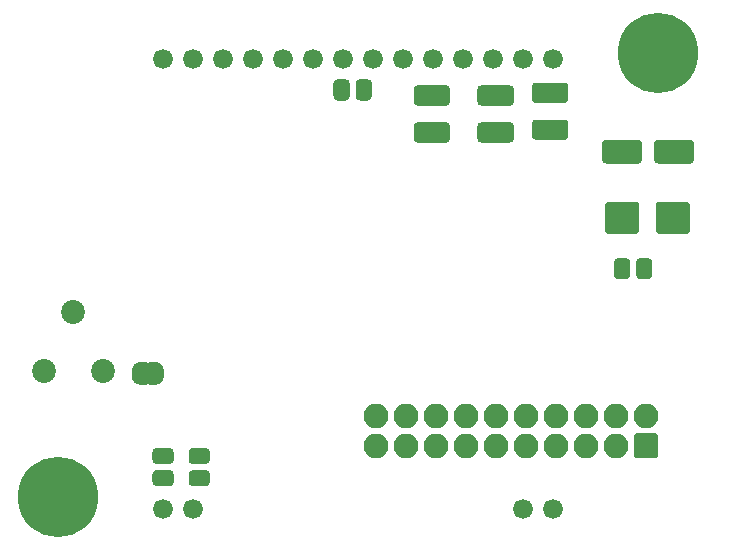
<source format=gts>
G04 #@! TF.GenerationSoftware,KiCad,Pcbnew,(5.1.12-1-10_14)*
G04 #@! TF.CreationDate,2023-01-20T22:26:28+01:00*
G04 #@! TF.ProjectId,dogs102,646f6773-3130-4322-9e6b-696361645f70,rev?*
G04 #@! TF.SameCoordinates,Original*
G04 #@! TF.FileFunction,Soldermask,Top*
G04 #@! TF.FilePolarity,Negative*
%FSLAX46Y46*%
G04 Gerber Fmt 4.6, Leading zero omitted, Abs format (unit mm)*
G04 Created by KiCad (PCBNEW (5.1.12-1-10_14)) date 2023-01-20 22:26:28*
%MOMM*%
%LPD*%
G01*
G04 APERTURE LIST*
%ADD10C,1.680000*%
%ADD11C,2.020000*%
%ADD12C,0.100000*%
%ADD13O,2.100000X2.100000*%
%ADD14C,1.200000*%
%ADD15C,6.800000*%
G04 APERTURE END LIST*
D10*
X163576000Y-86360000D03*
X161036000Y-86360000D03*
X158496000Y-86360000D03*
X155956000Y-86360000D03*
X153416000Y-86360000D03*
X150876000Y-86360000D03*
X148336000Y-86360000D03*
X145796000Y-86360000D03*
X143256000Y-86360000D03*
X140716000Y-86360000D03*
X138176000Y-86360000D03*
X135636000Y-86360000D03*
X133096000Y-86360000D03*
X130556000Y-86360000D03*
X161036000Y-124460000D03*
X163576000Y-124460000D03*
X133096000Y-124460000D03*
X130556000Y-124460000D03*
D11*
X125460000Y-112800000D03*
X122960000Y-107800000D03*
X120460000Y-112800000D03*
D12*
G36*
X129370982Y-113946157D02*
G01*
X129333463Y-113934776D01*
X129298886Y-113916294D01*
X129268579Y-113891421D01*
X129243706Y-113861114D01*
X129225224Y-113826537D01*
X129213843Y-113789018D01*
X129210000Y-113750000D01*
X129210000Y-112250000D01*
X129213843Y-112210982D01*
X129225224Y-112173463D01*
X129243706Y-112138886D01*
X129268579Y-112108579D01*
X129298886Y-112083706D01*
X129333463Y-112065224D01*
X129370982Y-112053843D01*
X129410000Y-112050000D01*
X129910000Y-112050000D01*
X129916112Y-112050602D01*
X129934534Y-112050602D01*
X129954140Y-112051565D01*
X130002971Y-112056375D01*
X130022380Y-112059254D01*
X130070505Y-112068826D01*
X130089548Y-112073596D01*
X130136503Y-112087840D01*
X130154980Y-112094451D01*
X130200313Y-112113228D01*
X130218061Y-112121623D01*
X130261334Y-112144754D01*
X130278162Y-112154840D01*
X130318961Y-112182100D01*
X130334730Y-112193795D01*
X130372659Y-112224923D01*
X130387200Y-112238103D01*
X130421897Y-112272800D01*
X130435077Y-112287341D01*
X130466205Y-112325270D01*
X130477900Y-112341039D01*
X130505160Y-112381838D01*
X130515246Y-112398666D01*
X130538377Y-112441939D01*
X130546772Y-112459687D01*
X130565549Y-112505020D01*
X130572160Y-112523497D01*
X130586404Y-112570452D01*
X130591174Y-112589495D01*
X130600746Y-112637620D01*
X130603625Y-112657029D01*
X130608435Y-112705860D01*
X130609398Y-112725466D01*
X130609398Y-112743888D01*
X130610000Y-112750000D01*
X130610000Y-113250000D01*
X130609398Y-113256112D01*
X130609398Y-113274534D01*
X130608435Y-113294140D01*
X130603625Y-113342971D01*
X130600746Y-113362380D01*
X130591174Y-113410505D01*
X130586404Y-113429548D01*
X130572160Y-113476503D01*
X130565549Y-113494980D01*
X130546772Y-113540313D01*
X130538377Y-113558061D01*
X130515246Y-113601334D01*
X130505160Y-113618162D01*
X130477900Y-113658961D01*
X130466205Y-113674730D01*
X130435077Y-113712659D01*
X130421897Y-113727200D01*
X130387200Y-113761897D01*
X130372659Y-113775077D01*
X130334730Y-113806205D01*
X130318961Y-113817900D01*
X130278162Y-113845160D01*
X130261334Y-113855246D01*
X130218061Y-113878377D01*
X130200313Y-113886772D01*
X130154980Y-113905549D01*
X130136503Y-113912160D01*
X130089548Y-113926404D01*
X130070505Y-113931174D01*
X130022380Y-113940746D01*
X130002971Y-113943625D01*
X129954140Y-113948435D01*
X129934534Y-113949398D01*
X129916112Y-113949398D01*
X129910000Y-113950000D01*
X129410000Y-113950000D01*
X129370982Y-113946157D01*
G37*
G36*
X128603888Y-113949398D02*
G01*
X128585466Y-113949398D01*
X128565860Y-113948435D01*
X128517029Y-113943625D01*
X128497620Y-113940746D01*
X128449495Y-113931174D01*
X128430452Y-113926404D01*
X128383497Y-113912160D01*
X128365020Y-113905549D01*
X128319687Y-113886772D01*
X128301939Y-113878377D01*
X128258666Y-113855246D01*
X128241838Y-113845160D01*
X128201039Y-113817900D01*
X128185270Y-113806205D01*
X128147341Y-113775077D01*
X128132800Y-113761897D01*
X128098103Y-113727200D01*
X128084923Y-113712659D01*
X128053795Y-113674730D01*
X128042100Y-113658961D01*
X128014840Y-113618162D01*
X128004754Y-113601334D01*
X127981623Y-113558061D01*
X127973228Y-113540313D01*
X127954451Y-113494980D01*
X127947840Y-113476503D01*
X127933596Y-113429548D01*
X127928826Y-113410505D01*
X127919254Y-113362380D01*
X127916375Y-113342971D01*
X127911565Y-113294140D01*
X127910602Y-113274534D01*
X127910602Y-113256112D01*
X127910000Y-113250000D01*
X127910000Y-112750000D01*
X127910602Y-112743888D01*
X127910602Y-112725466D01*
X127911565Y-112705860D01*
X127916375Y-112657029D01*
X127919254Y-112637620D01*
X127928826Y-112589495D01*
X127933596Y-112570452D01*
X127947840Y-112523497D01*
X127954451Y-112505020D01*
X127973228Y-112459687D01*
X127981623Y-112441939D01*
X128004754Y-112398666D01*
X128014840Y-112381838D01*
X128042100Y-112341039D01*
X128053795Y-112325270D01*
X128084923Y-112287341D01*
X128098103Y-112272800D01*
X128132800Y-112238103D01*
X128147341Y-112224923D01*
X128185270Y-112193795D01*
X128201039Y-112182100D01*
X128241838Y-112154840D01*
X128258666Y-112144754D01*
X128301939Y-112121623D01*
X128319687Y-112113228D01*
X128365020Y-112094451D01*
X128383497Y-112087840D01*
X128430452Y-112073596D01*
X128449495Y-112068826D01*
X128497620Y-112059254D01*
X128517029Y-112056375D01*
X128565860Y-112051565D01*
X128585466Y-112050602D01*
X128603888Y-112050602D01*
X128610000Y-112050000D01*
X129110000Y-112050000D01*
X129149018Y-112053843D01*
X129186537Y-112065224D01*
X129221114Y-112083706D01*
X129251421Y-112108579D01*
X129276294Y-112138886D01*
X129294776Y-112173463D01*
X129306157Y-112210982D01*
X129310000Y-112250000D01*
X129310000Y-113750000D01*
X129306157Y-113789018D01*
X129294776Y-113826537D01*
X129276294Y-113861114D01*
X129251421Y-113891421D01*
X129221114Y-113916294D01*
X129186537Y-113934776D01*
X129149018Y-113946157D01*
X129110000Y-113950000D01*
X128610000Y-113950000D01*
X128603888Y-113949398D01*
G37*
G36*
G01*
X164546530Y-90108000D02*
X162097470Y-90108000D01*
G75*
G02*
X161772000Y-89782530I0J325470D01*
G01*
X161772000Y-88708470D01*
G75*
G02*
X162097470Y-88383000I325470J0D01*
G01*
X164546530Y-88383000D01*
G75*
G02*
X164872000Y-88708470I0J-325470D01*
G01*
X164872000Y-89782530D01*
G75*
G02*
X164546530Y-90108000I-325470J0D01*
G01*
G37*
G36*
G01*
X164546530Y-93233000D02*
X162097470Y-93233000D01*
G75*
G02*
X161772000Y-92907530I0J325470D01*
G01*
X161772000Y-91833470D01*
G75*
G02*
X162097470Y-91508000I325470J0D01*
G01*
X164546530Y-91508000D01*
G75*
G02*
X164872000Y-91833470I0J-325470D01*
G01*
X164872000Y-92907530D01*
G75*
G02*
X164546530Y-93233000I-325470J0D01*
G01*
G37*
G36*
G01*
X159934530Y-90337500D02*
X157485470Y-90337500D01*
G75*
G02*
X157160000Y-90012030I0J325470D01*
G01*
X157160000Y-88937970D01*
G75*
G02*
X157485470Y-88612500I325470J0D01*
G01*
X159934530Y-88612500D01*
G75*
G02*
X160260000Y-88937970I0J-325470D01*
G01*
X160260000Y-90012030D01*
G75*
G02*
X159934530Y-90337500I-325470J0D01*
G01*
G37*
G36*
G01*
X159934530Y-93462500D02*
X157485470Y-93462500D01*
G75*
G02*
X157160000Y-93137030I0J325470D01*
G01*
X157160000Y-92062970D01*
G75*
G02*
X157485470Y-91737500I325470J0D01*
G01*
X159934530Y-91737500D01*
G75*
G02*
X160260000Y-92062970I0J-325470D01*
G01*
X160260000Y-93137030D01*
G75*
G02*
X159934530Y-93462500I-325470J0D01*
G01*
G37*
G36*
G01*
X154534530Y-90337500D02*
X152085470Y-90337500D01*
G75*
G02*
X151760000Y-90012030I0J325470D01*
G01*
X151760000Y-88937970D01*
G75*
G02*
X152085470Y-88612500I325470J0D01*
G01*
X154534530Y-88612500D01*
G75*
G02*
X154860000Y-88937970I0J-325470D01*
G01*
X154860000Y-90012030D01*
G75*
G02*
X154534530Y-90337500I-325470J0D01*
G01*
G37*
G36*
G01*
X154534530Y-93462500D02*
X152085470Y-93462500D01*
G75*
G02*
X151760000Y-93137030I0J325470D01*
G01*
X151760000Y-92062970D01*
G75*
G02*
X152085470Y-91737500I325470J0D01*
G01*
X154534530Y-91737500D01*
G75*
G02*
X154860000Y-92062970I0J-325470D01*
G01*
X154860000Y-93137030D01*
G75*
G02*
X154534530Y-93462500I-325470J0D01*
G01*
G37*
D13*
X148590000Y-116586000D03*
X148590000Y-119126000D03*
X151130000Y-116586000D03*
X151130000Y-119126000D03*
X153670000Y-116586000D03*
X153670000Y-119126000D03*
X156210000Y-116586000D03*
X156210000Y-119126000D03*
X158750000Y-116586000D03*
X158750000Y-119126000D03*
X161290000Y-116586000D03*
X161290000Y-119126000D03*
X163830000Y-116586000D03*
X163830000Y-119126000D03*
X166370000Y-116586000D03*
X166370000Y-119126000D03*
X168910000Y-116586000D03*
X168910000Y-119126000D03*
X171450000Y-116586000D03*
G36*
G01*
X172300000Y-120176000D02*
X170600000Y-120176000D01*
G75*
G02*
X170400000Y-119976000I0J200000D01*
G01*
X170400000Y-118276000D01*
G75*
G02*
X170600000Y-118076000I200000J0D01*
G01*
X172300000Y-118076000D01*
G75*
G02*
X172500000Y-118276000I0J-200000D01*
G01*
X172500000Y-119976000D01*
G75*
G02*
X172300000Y-120176000I-200000J0D01*
G01*
G37*
D14*
X174163056Y-84154944D03*
X172466000Y-83452000D03*
X170768944Y-84154944D03*
X170066000Y-85852000D03*
X170768944Y-87549056D03*
X172466000Y-88252000D03*
X174163056Y-87549056D03*
X174866000Y-85852000D03*
D15*
X172466000Y-85852000D03*
D14*
X123363056Y-121746944D03*
X121666000Y-121044000D03*
X119968944Y-121746944D03*
X119266000Y-123444000D03*
X119968944Y-125141056D03*
X121666000Y-125844000D03*
X123363056Y-125141056D03*
X124066000Y-123444000D03*
D15*
X121666000Y-123444000D03*
G36*
G01*
X134166250Y-120687500D02*
X133053750Y-120687500D01*
G75*
G02*
X132710000Y-120343750I0J343750D01*
G01*
X132710000Y-119656250D01*
G75*
G02*
X133053750Y-119312500I343750J0D01*
G01*
X134166250Y-119312500D01*
G75*
G02*
X134510000Y-119656250I0J-343750D01*
G01*
X134510000Y-120343750D01*
G75*
G02*
X134166250Y-120687500I-343750J0D01*
G01*
G37*
G36*
G01*
X134166250Y-122562500D02*
X133053750Y-122562500D01*
G75*
G02*
X132710000Y-122218750I0J343750D01*
G01*
X132710000Y-121531250D01*
G75*
G02*
X133053750Y-121187500I343750J0D01*
G01*
X134166250Y-121187500D01*
G75*
G02*
X134510000Y-121531250I0J-343750D01*
G01*
X134510000Y-122218750D01*
G75*
G02*
X134166250Y-122562500I-343750J0D01*
G01*
G37*
G36*
G01*
X131112250Y-120687500D02*
X129999750Y-120687500D01*
G75*
G02*
X129656000Y-120343750I0J343750D01*
G01*
X129656000Y-119656250D01*
G75*
G02*
X129999750Y-119312500I343750J0D01*
G01*
X131112250Y-119312500D01*
G75*
G02*
X131456000Y-119656250I0J-343750D01*
G01*
X131456000Y-120343750D01*
G75*
G02*
X131112250Y-120687500I-343750J0D01*
G01*
G37*
G36*
G01*
X131112250Y-122562500D02*
X129999750Y-122562500D01*
G75*
G02*
X129656000Y-122218750I0J343750D01*
G01*
X129656000Y-121531250D01*
G75*
G02*
X129999750Y-121187500I343750J0D01*
G01*
X131112250Y-121187500D01*
G75*
G02*
X131456000Y-121531250I0J-343750D01*
G01*
X131456000Y-122218750D01*
G75*
G02*
X131112250Y-122562500I-343750J0D01*
G01*
G37*
G36*
G01*
X172268000Y-100972000D02*
X172268000Y-98672000D01*
G75*
G02*
X172468000Y-98472000I200000J0D01*
G01*
X174968000Y-98472000D01*
G75*
G02*
X175168000Y-98672000I0J-200000D01*
G01*
X175168000Y-100972000D01*
G75*
G02*
X174968000Y-101172000I-200000J0D01*
G01*
X172468000Y-101172000D01*
G75*
G02*
X172268000Y-100972000I0J200000D01*
G01*
G37*
G36*
G01*
X167968000Y-100972000D02*
X167968000Y-98672000D01*
G75*
G02*
X168168000Y-98472000I200000J0D01*
G01*
X170668000Y-98472000D01*
G75*
G02*
X170868000Y-98672000I0J-200000D01*
G01*
X170868000Y-100972000D01*
G75*
G02*
X170668000Y-101172000I-200000J0D01*
G01*
X168168000Y-101172000D01*
G75*
G02*
X167968000Y-100972000I0J200000D01*
G01*
G37*
G36*
G01*
X170605500Y-104696250D02*
X170605500Y-103583750D01*
G75*
G02*
X170949250Y-103240000I343750J0D01*
G01*
X171636750Y-103240000D01*
G75*
G02*
X171980500Y-103583750I0J-343750D01*
G01*
X171980500Y-104696250D01*
G75*
G02*
X171636750Y-105040000I-343750J0D01*
G01*
X170949250Y-105040000D01*
G75*
G02*
X170605500Y-104696250I0J343750D01*
G01*
G37*
G36*
G01*
X168730500Y-104696250D02*
X168730500Y-103583750D01*
G75*
G02*
X169074250Y-103240000I343750J0D01*
G01*
X169761750Y-103240000D01*
G75*
G02*
X170105500Y-103583750I0J-343750D01*
G01*
X170105500Y-104696250D01*
G75*
G02*
X169761750Y-105040000I-343750J0D01*
G01*
X169074250Y-105040000D01*
G75*
G02*
X168730500Y-104696250I0J343750D01*
G01*
G37*
G36*
G01*
X172118000Y-94921500D02*
X172118000Y-93546500D01*
G75*
G02*
X172430500Y-93234000I312500J0D01*
G01*
X175205500Y-93234000D01*
G75*
G02*
X175518000Y-93546500I0J-312500D01*
G01*
X175518000Y-94921500D01*
G75*
G02*
X175205500Y-95234000I-312500J0D01*
G01*
X172430500Y-95234000D01*
G75*
G02*
X172118000Y-94921500I0J312500D01*
G01*
G37*
G36*
G01*
X167718000Y-94921500D02*
X167718000Y-93546500D01*
G75*
G02*
X168030500Y-93234000I312500J0D01*
G01*
X170805500Y-93234000D01*
G75*
G02*
X171118000Y-93546500I0J-312500D01*
G01*
X171118000Y-94921500D01*
G75*
G02*
X170805500Y-95234000I-312500J0D01*
G01*
X168030500Y-95234000D01*
G75*
G02*
X167718000Y-94921500I0J312500D01*
G01*
G37*
G36*
G01*
X146360000Y-88443750D02*
X146360000Y-89556250D01*
G75*
G02*
X146016250Y-89900000I-343750J0D01*
G01*
X145328750Y-89900000D01*
G75*
G02*
X144985000Y-89556250I0J343750D01*
G01*
X144985000Y-88443750D01*
G75*
G02*
X145328750Y-88100000I343750J0D01*
G01*
X146016250Y-88100000D01*
G75*
G02*
X146360000Y-88443750I0J-343750D01*
G01*
G37*
G36*
G01*
X148235000Y-88443750D02*
X148235000Y-89556250D01*
G75*
G02*
X147891250Y-89900000I-343750J0D01*
G01*
X147203750Y-89900000D01*
G75*
G02*
X146860000Y-89556250I0J343750D01*
G01*
X146860000Y-88443750D01*
G75*
G02*
X147203750Y-88100000I343750J0D01*
G01*
X147891250Y-88100000D01*
G75*
G02*
X148235000Y-88443750I0J-343750D01*
G01*
G37*
M02*

</source>
